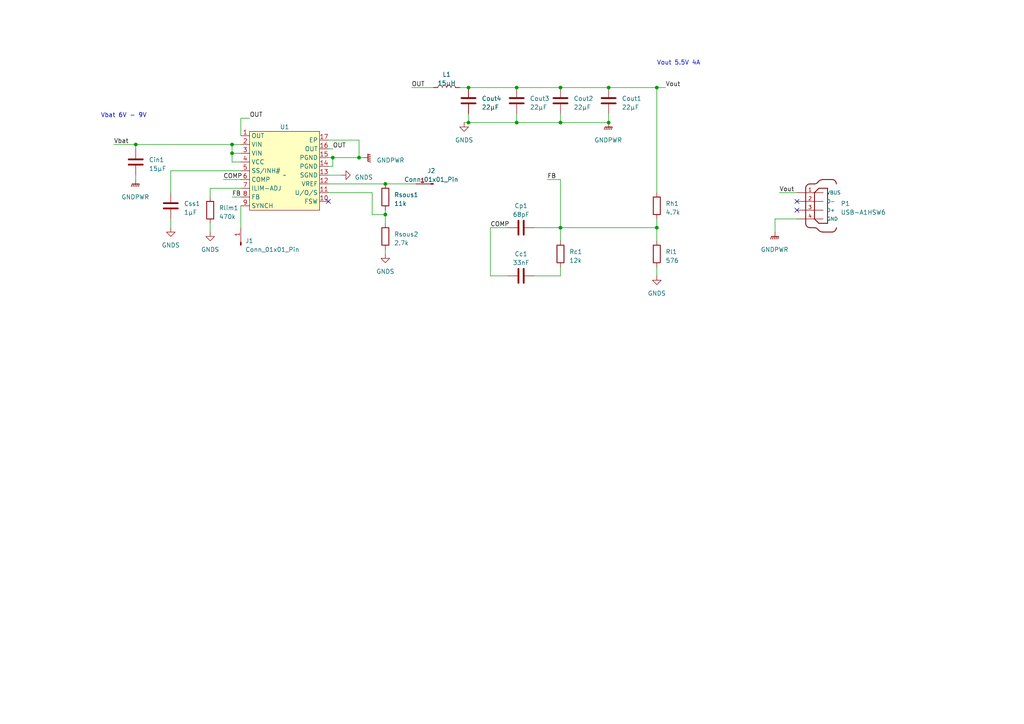
<source format=kicad_sch>
(kicad_sch (version 20230121) (generator eeschema)
  (paper "A4")
  (lib_symbols
    (symbol "Connector:Conn_01x01_Pin" (pin_names (offset 1.016) hide)
      (property "Reference" "J" (at 0 2.54 0))
      (property "Value" "Conn_01x01_Pin" (at 0 -2.54 0))
      (symbol "Conn_01x01_Pin_1_1"
        (polyline (pts (xy 1.27 0) (xy 0.8636 0)) (stroke (width 0.1524)))
        (rectangle (start 0.8636 0.127) (end 0 -0.127) (stroke (width 0.1524)) (fill (type outline)))
        (pin passive line (at 5.08 0 180) (length 3.81) (name "Pin_1") (number "1"))
      )
    )
    (symbol "Connector:USB-A1HSW6" (pin_names (offset 1.016))
      (property "Reference" "P" (at -2.5418 11.438 0))
      (property "Value" "USB-A1HSW6" (at -2.5436 -10.1744 0))
      (symbol "USB-A1HSW6_0_0"
        (arc (start -2.54 -3.81) (mid -2.168 -4.708) (end -1.27 -5.08) (stroke (width 0.254)))
        (arc (start -1.27 7.62) (mid -2.168 7.248) (end -2.54 6.35) (stroke (width 0.254)))
        (polyline (pts (xy -2.54 6.35) (xy -2.54 -3.81)) (stroke (width 0.254)))
        (polyline (pts (xy -1.27 -5.08) (xy 0 -5.08)) (stroke (width 0.254)))
        (polyline (pts (xy -1.27 7.62) (xy 0 7.62)) (stroke (width 0.254)))
        (polyline (pts (xy 0 -2.54) (xy 1.27 -3.81)) (stroke (width 0.254)))
        (polyline (pts (xy 0 5.08) (xy 0 -2.54)) (stroke (width 0.254)))
        (polyline (pts (xy 1.27 -3.81) (xy 3.81 -3.81)) (stroke (width 0.254)))
        (polyline (pts (xy 1.27 6.35) (xy 0 5.08)) (stroke (width 0.254)))
        (polyline (pts (xy 2.54 -6.35) (xy 5.08 -6.35)) (stroke (width 0.254)))
        (polyline (pts (xy 2.54 8.89) (xy 5.08 8.89)) (stroke (width 0.254)))
        (polyline (pts (xy 3.81 -3.81) (xy 3.81 6.35)) (stroke (width 0.254)))
        (polyline (pts (xy 3.81 6.35) (xy 1.27 6.35)) (stroke (width 0.254)))
        (arc (start 0 7.62) (mid 0.568 7.754) (end 1.016 8.128) (stroke (width 0.254)))
        (arc (start 1.016 -5.588) (mid 0.5667 -5.2134) (end 0 -5.08) (stroke (width 0.254)))
        (arc (start 1.016 -5.588) (mid 1.6881 -6.1489) (end 2.54 -6.35) (stroke (width 0.254)))
        (arc (start 2.54 8.89) (mid 1.6861 8.6879) (end 1.016 8.128) (stroke (width 0.254)))
        (arc (start 5.08 -6.35) (mid 5.978 -5.978) (end 6.35 -5.08) (stroke (width 0.254)))
        (arc (start 6.35 7.62) (mid 5.978 8.518) (end 5.08 8.89) (stroke (width 0.254)))
        (pin power_in line (at -5.08 5.08 0) (length 7.62) (name "VBUS") (number "1"))
        (pin bidirectional line (at -5.08 2.54 0) (length 7.62) (name "D-") (number "2"))
        (pin bidirectional line (at -5.08 0 0) (length 7.62) (name "D+") (number "3"))
        (pin power_in line (at -5.08 -2.54 0) (length 7.62) (name "GND") (number "4"))
      )
    )
    (symbol "Converter_DCDC_ST:L5988D"
      (property "Reference" "U" (at 0 12.7 0))
      (symbol "L5988D_1_1"
        (rectangle (start -10.16 11.43) (end 10.16 -11.43) (fill (type background)))
        (pin power_out line (at -12.7 10.16 0) (length 2.54) (name "OUT") (number "1"))
        (pin input line (at 12.7 -8.89 180) (length 2.54) (name "FSW") (number "10"))
        (pin input line (at 12.7 -6.35 180) (length 2.54) (name "U/O/S") (number "11"))
        (pin output line (at 12.7 -3.81 180) (length 2.54) (name "VREF") (number "12"))
        (pin power_in line (at 12.7 -1.27 180) (length 2.54) (name "SGND") (number "13"))
        (pin power_in line (at 12.7 1.27 180) (length 2.54) (name "PGND") (number "14"))
        (pin power_in line (at 12.7 3.81 180) (length 2.54) (name "PGND") (number "15"))
        (pin power_out line (at 12.7 6.35 180) (length 2.54) (name "OUT") (number "16"))
        (pin bidirectional line (at 12.7 8.89 180) (length 2.54) (name "EP") (number "17"))
        (pin power_in line (at -12.7 7.62 0) (length 2.54) (name "VIN") (number "2"))
        (pin power_in line (at -12.7 5.08 0) (length 2.54) (name "VIN") (number "3"))
        (pin input line (at -12.7 2.54 0) (length 2.54) (name "VCC") (number "4"))
        (pin input line (at -12.7 0 0) (length 2.54) (name "SS/INH#") (number "5"))
        (pin output line (at -12.7 -2.54 0) (length 2.54) (name "COMP") (number "6"))
        (pin input line (at -12.7 -5.08 0) (length 2.54) (name "ILIM-ADJ") (number "7"))
        (pin input line (at -12.7 -7.62 0) (length 2.54) (name "FB") (number "8"))
        (pin input line (at -12.7 -10.16 0) (length 2.54) (name "SYNCH") (number "9"))
      )
    )
    (symbol "Device:C" (pin_numbers hide) (pin_names (offset 0.254))
      (property "Reference" "C" (at 0.635 2.54 0))
      (property "Value" "C" (at 0.635 -2.54 0))
      (symbol "C_0_1"
        (polyline (pts (xy -2.032 -0.762) (xy 2.032 -0.762)) (stroke (width 0.508)))
        (polyline (pts (xy -2.032 0.762) (xy 2.032 0.762)) (stroke (width 0.508)))
      )
      (symbol "C_1_1"
        (pin passive line (at 0 3.81 270) (length 2.794) (name "~") (number "1"))
        (pin passive line (at 0 -3.81 90) (length 2.794) (name "~") (number "2"))
      )
    )
    (symbol "Device:L" (pin_numbers hide) (pin_names (offset 1.016) hide)
      (property "Reference" "L" (at -1.27 0 90))
      (property "Value" "L" (at 1.905 0 90))
      (symbol "L_0_1"
        (arc (start 0 -2.54) (mid 0.6323 -1.905) (end 0 -1.27))
        (arc (start 0 -1.27) (mid 0.6323 -0.635) (end 0 0))
        (arc (start 0 0) (mid 0.6323 0.635) (end 0 1.27))
        (arc (start 0 1.27) (mid 0.6323 1.905) (end 0 2.54))
      )
      (symbol "L_1_1"
        (pin passive line (at 0 3.81 270) (length 1.27) (name "1") (number "1"))
        (pin passive line (at 0 -3.81 90) (length 1.27) (name "2") (number "2"))
      )
    )
    (symbol "Device:R" (pin_numbers hide) (pin_names (offset 0))
      (property "Reference" "R" (at 2.032 0 90))
      (property "Value" "R" (at 0 0 90))
      (symbol "R_0_1"
        (rectangle (start -1.016 -2.54) (end 1.016 2.54) (stroke (width 0.254)))
      )
      (symbol "R_1_1"
        (pin passive line (at 0 3.81 270) (length 1.27) (name "~") (number "1"))
        (pin passive line (at 0 -3.81 90) (length 1.27) (name "~") (number "2"))
      )
    )
    (symbol "power:GNDPWR" (power) (pin_names (offset 0))
      (property "Value" "GNDPWR" (at 0 -3.302 0))
      (symbol "GNDPWR_0_1"
        (polyline (pts (xy 0 -1.27) (xy 0 0)))
        (polyline (pts (xy -1.016 -1.27) (xy -1.27 -2.032) (xy -1.27 -2.032)) (stroke (width 0.2032)))
        (polyline (pts (xy -0.508 -1.27) (xy -0.762 -2.032) (xy -0.762 -2.032)) (stroke (width 0.2032)))
        (polyline (pts (xy 0 -1.27) (xy -0.254 -2.032) (xy -0.254 -2.032)) (stroke (width 0.2032)))
        (polyline (pts (xy 0.508 -1.27) (xy 0.254 -2.032) (xy 0.254 -2.032)) (stroke (width 0.2032)))
        (polyline (pts (xy 1.016 -1.27) (xy -1.016 -1.27) (xy -1.016 -1.27)) (stroke (width 0.2032)))
        (polyline (pts (xy 1.016 -1.27) (xy 0.762 -2.032) (xy 0.762 -2.032) (xy 0.762 -2.032)) (stroke (width 0.2032)))
      )
      (symbol "GNDPWR_1_1"
        (pin power_in line (at 0 0 270) (length 0) hide (name "GNDPWR") (number "1"))
      )
    )
    (symbol "power:GNDS" (power) (pin_names (offset 0))
      (property "Value" "GNDS" (at 0 -3.81 0))
      (symbol "GNDS_0_1"
        (polyline (pts (xy 0 0) (xy 0 -1.27) (xy 1.27 -1.27) (xy 0 -2.54) (xy -1.27 -1.27) (xy 0 -1.27)))
      )
      (symbol "GNDS_1_1"
        (pin power_in line (at 0 0 270) (length 0) hide (name "GNDS") (number "1"))
      )
    )
  )
  (junction (at 162.56 25.4))
  (junction (at 149.86 25.4))
  (junction (at 190.5 25.4))
  (junction (at 162.56 35.56))
  (junction (at 149.86 35.56))
  (junction (at 135.89 35.56))
  (junction (at 39.37 41.91))
  (junction (at 67.31 44.45))
  (junction (at 111.76 53.34))
  (junction (at 104.14 45.72))
  (junction (at 176.53 35.56))
  (junction (at 111.76 62.23))
  (junction (at 96.52 45.72))
  (junction (at 67.31 41.91))
  (junction (at 190.5 66.04))
  (junction (at 135.89 25.4))
  (junction (at 162.56 66.04))
  (junction (at 176.53 25.4))
  (no_connect (at 231.14 60.96))
  (no_connect (at 95.25 58.42))
  (no_connect (at 231.14 58.42))
  (wire (pts (xy 190.5 25.4) (xy 190.5 55.88)))
  (wire (pts (xy 224.79 63.5) (xy 224.79 67.31)))
  (wire (pts (xy 69.85 34.29) (xy 72.39 34.29)))
  (wire (pts (xy 39.37 41.91) (xy 39.37 43.18)))
  (wire (pts (xy 69.85 39.37) (xy 69.85 34.29)))
  (wire (pts (xy 95.25 48.26) (xy 96.52 48.26)))
  (wire (pts (xy 107.95 62.23) (xy 111.76 62.23)))
  (wire (pts (xy 162.56 66.04) (xy 190.5 66.04)))
  (wire (pts (xy 67.31 46.99) (xy 67.31 44.45)))
  (wire (pts (xy 149.86 33.02) (xy 149.86 35.56)))
  (wire (pts (xy 69.85 54.61) (xy 60.96 54.61)))
  (wire (pts (xy 95.25 43.18) (xy 96.52 43.18)))
  (wire (pts (xy 104.14 45.72) (xy 105.41 45.72)))
  (wire (pts (xy 67.31 44.45) (xy 67.31 41.91)))
  (wire (pts (xy 142.24 66.04) (xy 147.32 66.04)))
  (wire (pts (xy 149.86 35.56) (xy 162.56 35.56)))
  (wire (pts (xy 162.56 77.47) (xy 162.56 80.01)))
  (wire (pts (xy 149.86 25.4) (xy 162.56 25.4)))
  (wire (pts (xy 96.52 48.26) (xy 96.52 45.72)))
  (wire (pts (xy 96.52 45.72) (xy 104.14 45.72)))
  (wire (pts (xy 95.25 50.8) (xy 99.06 50.8)))
  (wire (pts (xy 119.38 25.4) (xy 125.73 25.4)))
  (wire (pts (xy 111.76 72.39) (xy 111.76 73.66)))
  (wire (pts (xy 107.95 55.88) (xy 107.95 62.23)))
  (wire (pts (xy 33.02 41.91) (xy 39.37 41.91)))
  (wire (pts (xy 95.25 40.64) (xy 104.14 40.64)))
  (wire (pts (xy 95.25 53.34) (xy 111.76 53.34)))
  (wire (pts (xy 49.53 63.5) (xy 49.53 66.04)))
  (wire (pts (xy 49.53 55.88) (xy 49.53 49.53)))
  (wire (pts (xy 135.89 33.02) (xy 135.89 35.56)))
  (wire (pts (xy 69.85 46.99) (xy 67.31 46.99)))
  (wire (pts (xy 49.53 49.53) (xy 69.85 49.53)))
  (wire (pts (xy 64.77 52.07) (xy 69.85 52.07)))
  (wire (pts (xy 111.76 62.23) (xy 111.76 60.96)))
  (wire (pts (xy 190.5 25.4) (xy 193.04 25.4)))
  (wire (pts (xy 162.56 33.02) (xy 162.56 35.56)))
  (wire (pts (xy 162.56 66.04) (xy 162.56 69.85)))
  (wire (pts (xy 147.32 80.01) (xy 142.24 80.01)))
  (wire (pts (xy 60.96 54.61) (xy 60.96 57.15)))
  (wire (pts (xy 142.24 80.01) (xy 142.24 66.04)))
  (wire (pts (xy 69.85 44.45) (xy 67.31 44.45)))
  (wire (pts (xy 133.35 25.4) (xy 135.89 25.4)))
  (wire (pts (xy 111.76 53.34) (xy 120.65 53.34)))
  (wire (pts (xy 154.94 66.04) (xy 162.56 66.04)))
  (wire (pts (xy 190.5 77.47) (xy 190.5 80.01)))
  (wire (pts (xy 135.89 25.4) (xy 149.86 25.4)))
  (wire (pts (xy 154.94 80.01) (xy 162.56 80.01)))
  (wire (pts (xy 176.53 25.4) (xy 190.5 25.4)))
  (wire (pts (xy 135.89 35.56) (xy 149.86 35.56)))
  (wire (pts (xy 67.31 57.15) (xy 69.85 57.15)))
  (wire (pts (xy 111.76 62.23) (xy 111.76 64.77)))
  (wire (pts (xy 69.85 59.69) (xy 69.85 66.04)))
  (wire (pts (xy 95.25 45.72) (xy 96.52 45.72)))
  (wire (pts (xy 190.5 66.04) (xy 190.5 69.85)))
  (wire (pts (xy 104.14 40.64) (xy 104.14 45.72)))
  (wire (pts (xy 162.56 35.56) (xy 176.53 35.56)))
  (wire (pts (xy 67.31 41.91) (xy 69.85 41.91)))
  (wire (pts (xy 190.5 63.5) (xy 190.5 66.04)))
  (wire (pts (xy 226.06 55.88) (xy 231.14 55.88)))
  (wire (pts (xy 176.53 33.02) (xy 176.53 35.56)))
  (wire (pts (xy 162.56 52.07) (xy 162.56 66.04)))
  (wire (pts (xy 158.75 52.07) (xy 162.56 52.07)))
  (wire (pts (xy 134.62 35.56) (xy 135.89 35.56)))
  (wire (pts (xy 95.25 55.88) (xy 107.95 55.88)))
  (wire (pts (xy 39.37 41.91) (xy 67.31 41.91)))
  (wire (pts (xy 162.56 25.4) (xy 176.53 25.4)))
  (wire (pts (xy 224.79 63.5) (xy 231.14 63.5)))
  (wire (pts (xy 39.37 50.8) (xy 39.37 52.07)))
  (wire (pts (xy 60.96 64.77) (xy 60.96 67.31)))
  (text "Vbat 6V - 9V\n" (at 29.21 34.29 0) (effects (font (size 1.27 1.27)) (justify left bottom)))
  (text "Vout 5.5V 4A\n" (at 190.5 19.05 0) (effects (font (size 1.27 1.27)) (justify left bottom)))
  (label "Vbat" (at 33.02 41.91 0))
  (label "COMP" (at 64.77 52.07 0))
  (label "OUT" (at 72.39 34.29 0))
  (label "OUT" (at 96.52 43.18 0))
  (label "FB" (at 67.31 57.15 0))
  (label "COMP" (at 142.24 66.04 0))
  (label "Vout" (at 226.06 55.88 0))
  (label "Vout" (at 193.04 25.4 0))
  (label "OUT" (at 119.38 25.4 0))
  (label "FB" (at 158.75 52.07 0))
  (symbol (lib_id "Device:R") (at 111.76 68.58 0) (unit 1)
    (property "Reference" "Rsous2" (at 114.3 67.945 0) (effects (justify left)))
    (property "Value" "2.7k" (at 114.3 70.485 0) (effects (justify left)))
    (property "Footprint" "Capacitor_SMD:C_0805_2012Metric" (effects hide))
  )
  (symbol (lib_id "Device:C") (at 39.37 46.99 0) (unit 1)
    (property "Reference" "Cin1" (at 43.18 46.355 0) (effects (justify left)))
    (property "Value" "15µF" (at 43.18 48.895 0) (effects (justify left)))
    (property "Footprint" "Capacitor_SMD:C_1206_3216Metric" (effects hide))
  )
  (symbol (lib_id "power:GNDPWR") (at 176.53 35.56 0) (unit 1)
    (property "Reference" "#PWR07" (effects hide))
    (property "Value" "GNDPWR" (at 176.403 40.64 0))
  )
  (symbol (lib_id "power:GNDS") (at 134.62 35.56 0) (unit 1)
    (property "Reference" "#PWR08" (effects hide))
    (property "Value" "GNDS" (at 134.62 40.64 0))
  )
  (symbol (lib_id "Device:R") (at 60.96 60.96 180) (unit 1)
    (property "Reference" "Rlim1" (at 63.5 60.325 0) (effects (justify right)))
    (property "Value" "470k" (at 63.5 62.865 0) (effects (justify right)))
    (property "Footprint" "Capacitor_SMD:C_0805_2012Metric" (effects hide))
  )
  (symbol (lib_id "power:GNDS") (at 49.53 66.04 0) (unit 1)
    (property "Reference" "#PWR05" (effects hide))
    (property "Value" "GNDS" (at 49.53 71.12 0))
  )
  (symbol (lib_id "Device:R") (at 190.5 73.66 180) (unit 1)
    (property "Reference" "Rl1" (at 193.04 73.025 0) (effects (justify right)))
    (property "Value" "576" (at 193.04 75.565 0) (effects (justify right)))
    (property "Footprint" "Capacitor_SMD:C_0805_2012Metric" (effects hide))
  )
  (symbol (lib_id "Device:C") (at 151.13 66.04 90) (unit 1)
    (property "Reference" "Cp1" (at 151.13 59.69 90))
    (property "Value" "68pF" (at 151.13 62.23 90))
    (property "Footprint" "Capacitor_SMD:C_0805_2012Metric" (effects hide))
  )
  (symbol (lib_id "power:GNDPWR") (at 224.79 67.31 0) (unit 1)
    (property "Reference" "#PWR010" (effects hide))
    (property "Value" "GNDPWR" (at 224.663 72.39 0))
  )
  (symbol (lib_id "Device:R") (at 111.76 57.15 0) (unit 1)
    (property "Reference" "Rsous1" (at 114.3 56.515 0) (effects (justify left)))
    (property "Value" "11k" (at 114.3 59.055 0) (effects (justify left)))
    (property "Footprint" "Capacitor_SMD:C_0805_2012Metric" (effects hide))
  )
  (symbol (lib_id "Device:C") (at 176.53 29.21 0) (unit 1)
    (property "Reference" "Cout1" (at 180.34 28.575 0) (effects (justify left)))
    (property "Value" "22µF" (at 180.34 31.115 0) (effects (justify left)))
    (property "Footprint" "Capacitor_SMD:C_1206_3216Metric" (effects hide))
  )
  (symbol (lib_id "Converter_DCDC_ST:L5988D") (at 82.55 49.53 0) (unit 1)
    (property "Reference" "U1" (at 82.55 36.83 0))
    (property "Value" "~" (at 82.55 50.8 0))
    (property "Footprint" "Converter_DCDC_ST:L5988D" (effects hide))
  )
  (symbol (lib_id "Connector:Conn_01x01_Pin") (at 69.85 71.12 90) (unit 1)
    (property "Reference" "J1" (at 71.12 69.85 90) (effects (justify right)))
    (property "Value" "Conn_01x01_Pin" (at 71.12 72.39 90) (effects (justify right)))
    (property "Footprint" "Connector_Wire:SolderWirePad_1x01_SMD_1x2mm" (effects hide))
  )
  (symbol (lib_id "Device:R") (at 162.56 73.66 180) (unit 1)
    (property "Reference" "Rc1" (at 165.1 73.025 0) (effects (justify right)))
    (property "Value" "12k" (at 165.1 75.565 0) (effects (justify right)))
    (property "Footprint" "Capacitor_SMD:C_0805_2012Metric" (effects hide))
  )
  (symbol (lib_id "Device:R") (at 190.5 59.69 180) (unit 1)
    (property "Reference" "Rh1" (at 193.04 59.055 0) (effects (justify right)))
    (property "Value" "4.7k" (at 193.04 61.595 0) (effects (justify right)))
    (property "Footprint" "Capacitor_SMD:C_0805_2012Metric" (effects hide))
  )
  (symbol (lib_id "power:GNDS") (at 99.06 50.8 90) (unit 1)
    (property "Reference" "#PWR03" (effects hide))
    (property "Value" "GNDS" (at 102.87 51.435 90) (effects (justify right)))
  )
  (symbol (lib_id "Device:C") (at 135.89 29.21 0) (unit 1)
    (property "Reference" "Cout4" (at 139.7 28.575 0) (effects (justify left)))
    (property "Value" "22µF" (at 139.7 31.115 0) (effects (justify left)))
    (property "Footprint" "Capacitor_SMD:C_1206_3216Metric" (effects hide))
  )
  (symbol (lib_id "Connector:USB-A1HSW6") (at 236.22 60.96 0) (unit 1)
    (property "Reference" "P1" (at 243.84 59.055 0) (effects (justify left)))
    (property "Value" "USB-A1HSW6" (at 243.84 61.595 0) (effects (justify left)))
    (property "Footprint" "OST_USB-A1HSW6" (effects hide))
    (property "MANUFACTURER" "On-Shore Technology, Inc." (effects hide))
  )
  (symbol (lib_id "power:GNDPWR") (at 39.37 52.07 0) (unit 1)
    (property "Reference" "#PWR01" (effects hide))
    (property "Value" "GNDPWR" (at 39.243 57.15 0))
  )
  (symbol (lib_id "Device:C") (at 149.86 29.21 0) (unit 1)
    (property "Reference" "Cout3" (at 153.67 28.575 0) (effects (justify left)))
    (property "Value" "22µF" (at 153.67 31.115 0) (effects (justify left)))
    (property "Footprint" "Capacitor_SMD:C_1206_3216Metric" (effects hide))
  )
  (symbol (lib_id "power:GNDPWR") (at 105.41 45.72 90) (unit 1)
    (property "Reference" "#PWR02" (effects hide))
    (property "Value" "GNDPWR" (at 109.22 46.482 90) (effects (justify right)))
  )
  (symbol (lib_id "Device:C") (at 151.13 80.01 90) (unit 1)
    (property "Reference" "Cc1" (at 151.13 73.66 90))
    (property "Value" "33nF" (at 151.13 76.2 90))
    (property "Footprint" "Capacitor_SMD:C_0805_2012Metric" (effects hide))
  )
  (symbol (lib_id "Device:C") (at 162.56 29.21 0) (unit 1)
    (property "Reference" "Cout2" (at 166.37 28.575 0) (effects (justify left)))
    (property "Value" "22µF" (at 166.37 31.115 0) (effects (justify left)))
    (property "Footprint" "Capacitor_SMD:C_1206_3216Metric" (effects hide))
  )
  (symbol (lib_id "Device:L") (at 129.54 25.4 90) (unit 1)
    (property "Reference" "L1" (at 129.54 21.59 90))
    (property "Value" "15µH" (at 129.54 24.13 90))
    (property "Footprint" "Inductor_SMD_Wurth:WE-PDA" (effects hide))
  )
  (symbol (lib_id "power:GNDS") (at 190.5 80.01 0) (unit 1)
    (property "Reference" "#PWR09" (effects hide))
    (property "Value" "GNDS" (at 190.5 85.09 0))
  )
  (symbol (lib_id "power:GNDS") (at 111.76 73.66 0) (unit 1)
    (property "Reference" "#PWR06" (effects hide))
    (property "Value" "GNDS" (at 111.76 78.74 0))
  )
  (symbol (lib_id "Connector:Conn_01x01_Pin") (at 125.73 53.34 180) (unit 1)
    (property "Reference" "J2" (at 125.095 49.53 0))
    (property "Value" "Conn_01x01_Pin" (at 125.095 52.07 0))
    (property "Footprint" "Connector_Wire:SolderWirePad_1x01_SMD_1x2mm" (effects hide))
  )
  (symbol (lib_id "Device:C") (at 49.53 59.69 180) (unit 1)
    (property "Reference" "Css1" (at 53.34 59.055 0) (effects (justify right)))
    (property "Value" "1µF" (at 53.34 61.595 0) (effects (justify right)))
    (property "Footprint" "Capacitor_SMD:C_0805_2012Metric" (effects hide))
  )
  (symbol (lib_id "power:GNDS") (at 60.96 67.31 0) (unit 1)
    (property "Reference" "#PWR04" (effects hide))
    (property "Value" "GNDS" (at 60.96 72.39 0))
  )
)
</source>
